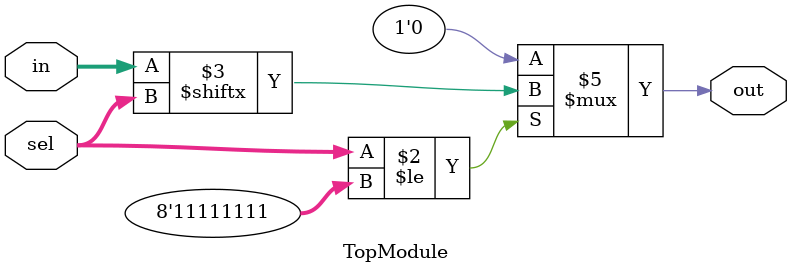
<source format=sv>
module TopModule (
    input logic [255:0] in,
    input logic [7:0] sel,
    output logic out
);

    always @(*) begin
        if (sel <= 8'd255) begin
            out = in[sel];
        end else begin
            out = 1'b0; // Default case for out-of-bounds sel
        end
    end

endmodule
</source>
